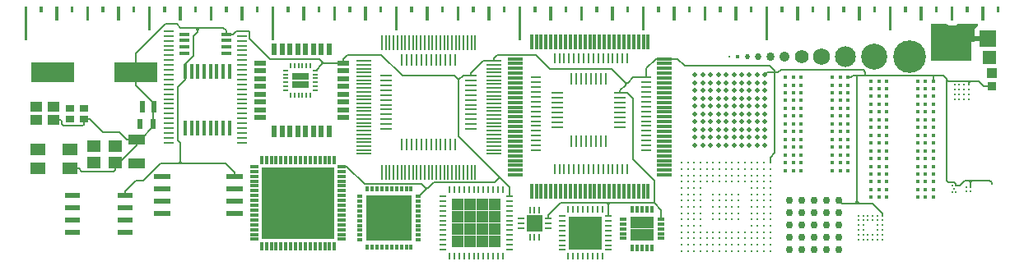
<source format=gbr>
%TF.GenerationSoftware,KiCad,Pcbnew,9.0.3*%
%TF.CreationDate,2025-07-13T21:34:20+02:00*%
%TF.ProjectId,PCB_Ruler,5043425f-5275-46c6-9572-2e6b69636164,rev?*%
%TF.SameCoordinates,Original*%
%TF.FileFunction,Copper,L2,Bot*%
%TF.FilePolarity,Positive*%
%FSLAX46Y46*%
G04 Gerber Fmt 4.6, Leading zero omitted, Abs format (unit mm)*
G04 Created by KiCad (PCBNEW 9.0.3) date 2025-07-13 21:34:20*
%MOMM*%
%LPD*%
G01*
G04 APERTURE LIST*
%TA.AperFunction,EtchedComponent*%
%ADD10C,0.000000*%
%TD*%
%TA.AperFunction,SMDPad,CuDef*%
%ADD11C,0.165000*%
%TD*%
%TA.AperFunction,ComponentPad*%
%ADD12C,2.688200*%
%TD*%
%TA.AperFunction,SMDPad,CuDef*%
%ADD13R,1.800000X1.000000*%
%TD*%
%TA.AperFunction,SMDPad,CuDef*%
%ADD14R,1.600000X1.300000*%
%TD*%
%TA.AperFunction,SMDPad,CuDef*%
%ADD15R,1.400000X1.200000*%
%TD*%
%TA.AperFunction,SMDPad,CuDef*%
%ADD16R,0.900000X0.800000*%
%TD*%
%TA.AperFunction,SMDPad,CuDef*%
%ADD17R,0.600000X1.100000*%
%TD*%
%TA.AperFunction,SMDPad,CuDef*%
%ADD18R,0.600000X1.200000*%
%TD*%
%TA.AperFunction,SMDPad,CuDef*%
%ADD19R,1.150000X1.000000*%
%TD*%
%TA.AperFunction,SMDPad,CuDef*%
%ADD20R,4.500000X2.000000*%
%TD*%
%TA.AperFunction,ComponentPad*%
%ADD21R,0.850000X0.850000*%
%TD*%
%TA.AperFunction,ComponentPad*%
%ADD22R,1.000000X1.000000*%
%TD*%
%TA.AperFunction,ComponentPad*%
%ADD23R,1.350000X1.350000*%
%TD*%
%TA.AperFunction,ComponentPad*%
%ADD24R,1.700000X1.700000*%
%TD*%
%TA.AperFunction,ComponentPad*%
%ADD25C,2.152500*%
%TD*%
%TA.AperFunction,ComponentPad*%
%ADD26C,1.727700*%
%TD*%
%TA.AperFunction,ComponentPad*%
%ADD27C,1.390800*%
%TD*%
%TA.AperFunction,ComponentPad*%
%ADD28C,1.053700*%
%TD*%
%TA.AperFunction,ComponentPad*%
%ADD29C,0.861800*%
%TD*%
%TA.AperFunction,ComponentPad*%
%ADD30C,0.693800*%
%TD*%
%TA.AperFunction,ComponentPad*%
%ADD31C,0.525600*%
%TD*%
%TA.AperFunction,ComponentPad*%
%ADD32C,0.414900*%
%TD*%
%TA.AperFunction,ComponentPad*%
%ADD33C,0.331100*%
%TD*%
%TA.AperFunction,ComponentPad*%
%ADD34C,3.363600*%
%TD*%
%TA.AperFunction,SMDPad,CuDef*%
%ADD35R,0.300000X1.500000*%
%TD*%
%TA.AperFunction,SMDPad,CuDef*%
%ADD36R,1.500000X0.300000*%
%TD*%
%TA.AperFunction,SMDPad,CuDef*%
%ADD37R,0.280000X1.200000*%
%TD*%
%TA.AperFunction,SMDPad,CuDef*%
%ADD38R,1.200000X0.280000*%
%TD*%
%TA.AperFunction,SMDPad,CuDef*%
%ADD39R,1.200000X0.600000*%
%TD*%
%TA.AperFunction,SMDPad,CuDef*%
%ADD40R,0.200000X1.500000*%
%TD*%
%TA.AperFunction,SMDPad,CuDef*%
%ADD41R,1.500000X0.200000*%
%TD*%
%TA.AperFunction,SMDPad,CuDef*%
%ADD42R,0.875000X0.800000*%
%TD*%
%TA.AperFunction,SMDPad,CuDef*%
%ADD43R,0.200000X0.550000*%
%TD*%
%TA.AperFunction,SMDPad,CuDef*%
%ADD44R,0.550000X0.200000*%
%TD*%
%TA.AperFunction,SMDPad,CuDef*%
%ADD45R,1.750000X0.550000*%
%TD*%
%TA.AperFunction,SMDPad,CuDef*%
%ADD46R,0.450000X1.500000*%
%TD*%
%TA.AperFunction,SMDPad,CuDef*%
%ADD47R,1.550000X0.600000*%
%TD*%
%TA.AperFunction,SMDPad,CuDef*%
%ADD48R,1.100000X0.400000*%
%TD*%
%TA.AperFunction,SMDPad,CuDef*%
%ADD49R,1.000000X0.285000*%
%TD*%
%TA.AperFunction,SMDPad,CuDef*%
%ADD50C,0.400000*%
%TD*%
%TA.AperFunction,SMDPad,CuDef*%
%ADD51C,0.500000*%
%TD*%
%TA.AperFunction,SMDPad,CuDef*%
%ADD52C,0.250000*%
%TD*%
%TA.AperFunction,SMDPad,CuDef*%
%ADD53R,1.250000X1.250000*%
%TD*%
%TA.AperFunction,SMDPad,CuDef*%
%ADD54R,0.300000X0.730000*%
%TD*%
%TA.AperFunction,SMDPad,CuDef*%
%ADD55R,0.730000X0.300000*%
%TD*%
%TA.AperFunction,SMDPad,CuDef*%
%ADD56R,1.150000X1.150000*%
%TD*%
%TA.AperFunction,SMDPad,CuDef*%
%ADD57R,0.300000X0.500000*%
%TD*%
%TA.AperFunction,SMDPad,CuDef*%
%ADD58R,0.500000X0.300000*%
%TD*%
%TA.AperFunction,SMDPad,CuDef*%
%ADD59R,1.287500X1.287500*%
%TD*%
%TA.AperFunction,SMDPad,CuDef*%
%ADD60R,0.250000X0.700000*%
%TD*%
%TA.AperFunction,SMDPad,CuDef*%
%ADD61R,0.700000X0.250000*%
%TD*%
%TA.AperFunction,SMDPad,CuDef*%
%ADD62R,1.837500X1.837500*%
%TD*%
%TA.AperFunction,SMDPad,CuDef*%
%ADD63R,0.300000X0.850000*%
%TD*%
%TA.AperFunction,SMDPad,CuDef*%
%ADD64R,0.850000X0.300000*%
%TD*%
%TA.AperFunction,SMDPad,CuDef*%
%ADD65R,0.250000X1.300000*%
%TD*%
%TA.AperFunction,SMDPad,CuDef*%
%ADD66R,1.300000X0.250000*%
%TD*%
%TA.AperFunction,SMDPad,CuDef*%
%ADD67R,0.250000X1.000000*%
%TD*%
%TA.AperFunction,SMDPad,CuDef*%
%ADD68R,1.000000X0.250000*%
%TD*%
%TA.AperFunction,SMDPad,CuDef*%
%ADD69C,0.225000*%
%TD*%
%TA.AperFunction,SMDPad,CuDef*%
%ADD70C,0.420000*%
%TD*%
%TA.AperFunction,SMDPad,CuDef*%
%ADD71C,0.750000*%
%TD*%
%TA.AperFunction,SMDPad,CuDef*%
%ADD72C,0.300000*%
%TD*%
%TA.AperFunction,SMDPad,CuDef*%
%ADD73R,1.725000X1.725000*%
%TD*%
%TA.AperFunction,SMDPad,CuDef*%
%ADD74R,0.825000X0.825000*%
%TD*%
%TA.AperFunction,ViaPad*%
%ADD75C,0.800000*%
%TD*%
%TA.AperFunction,ViaPad*%
%ADD76C,0.600000*%
%TD*%
%TA.AperFunction,ViaPad*%
%ADD77C,1.000000*%
%TD*%
%TA.AperFunction,Conductor*%
%ADD78C,0.150000*%
%TD*%
G04 APERTURE END LIST*
D10*
%TA.AperFunction,EtchedComponent*%
G36*
X146600000Y-96500000D02*
G01*
X146300000Y-96500000D01*
X146300000Y-93000000D01*
X146600000Y-93000000D01*
X146600000Y-96500000D01*
G37*
%TD.AperFunction*%
%TA.AperFunction,EtchedComponent*%
G36*
X148187500Y-93635000D02*
G01*
X147887500Y-93635000D01*
X147887500Y-93000000D01*
X148187500Y-93000000D01*
X148187500Y-93635000D01*
G37*
%TD.AperFunction*%
%TA.AperFunction,EtchedComponent*%
G36*
X149775000Y-94500000D02*
G01*
X149475000Y-94500000D01*
X149475000Y-93000000D01*
X149775000Y-93000000D01*
X149775000Y-94500000D01*
G37*
%TD.AperFunction*%
%TA.AperFunction,EtchedComponent*%
G36*
X152950000Y-94500000D02*
G01*
X152650000Y-94500000D01*
X152650000Y-93000000D01*
X152950000Y-93000000D01*
X152950000Y-94500000D01*
G37*
%TD.AperFunction*%
%TA.AperFunction,EtchedComponent*%
G36*
X156125000Y-94500000D02*
G01*
X155825000Y-94500000D01*
X155825000Y-93000000D01*
X156125000Y-93000000D01*
X156125000Y-94500000D01*
G37*
%TD.AperFunction*%
%TA.AperFunction,EtchedComponent*%
G36*
X159300000Y-95500000D02*
G01*
X159000000Y-95500000D01*
X159000000Y-93000000D01*
X159300000Y-93000000D01*
X159300000Y-95500000D01*
G37*
%TD.AperFunction*%
%TA.AperFunction,EtchedComponent*%
G36*
X162475000Y-94500000D02*
G01*
X162175000Y-94500000D01*
X162175000Y-93000000D01*
X162475000Y-93000000D01*
X162475000Y-94500000D01*
G37*
%TD.AperFunction*%
%TA.AperFunction,EtchedComponent*%
G36*
X165650000Y-94500000D02*
G01*
X165350000Y-94500000D01*
X165350000Y-93000000D01*
X165650000Y-93000000D01*
X165650000Y-94500000D01*
G37*
%TD.AperFunction*%
%TA.AperFunction,EtchedComponent*%
G36*
X168825000Y-94500000D02*
G01*
X168525000Y-94500000D01*
X168525000Y-93000000D01*
X168825000Y-93000000D01*
X168825000Y-94500000D01*
G37*
%TD.AperFunction*%
%TA.AperFunction,EtchedComponent*%
G36*
X170412500Y-93635000D02*
G01*
X170112500Y-93635000D01*
X170112500Y-93000000D01*
X170412500Y-93000000D01*
X170412500Y-93635000D01*
G37*
%TD.AperFunction*%
%TA.AperFunction,EtchedComponent*%
G36*
X167237500Y-93635000D02*
G01*
X166937500Y-93635000D01*
X166937500Y-93000000D01*
X167237500Y-93000000D01*
X167237500Y-93635000D01*
G37*
%TD.AperFunction*%
%TA.AperFunction,EtchedComponent*%
G36*
X164062500Y-93635000D02*
G01*
X163762500Y-93635000D01*
X163762500Y-93000000D01*
X164062500Y-93000000D01*
X164062500Y-93635000D01*
G37*
%TD.AperFunction*%
%TA.AperFunction,EtchedComponent*%
G36*
X160887500Y-93635000D02*
G01*
X160587500Y-93635000D01*
X160587500Y-93000000D01*
X160887500Y-93000000D01*
X160887500Y-93635000D01*
G37*
%TD.AperFunction*%
%TA.AperFunction,EtchedComponent*%
G36*
X157712500Y-93635000D02*
G01*
X157412500Y-93635000D01*
X157412500Y-93000000D01*
X157712500Y-93000000D01*
X157712500Y-93635000D01*
G37*
%TD.AperFunction*%
%TA.AperFunction,EtchedComponent*%
G36*
X154537500Y-93635000D02*
G01*
X154237500Y-93635000D01*
X154237500Y-93000000D01*
X154537500Y-93000000D01*
X154537500Y-93635000D01*
G37*
%TD.AperFunction*%
%TA.AperFunction,EtchedComponent*%
G36*
X151362500Y-93635000D02*
G01*
X151062500Y-93635000D01*
X151062500Y-93000000D01*
X151362500Y-93000000D01*
X151362500Y-93635000D01*
G37*
%TD.AperFunction*%
%TA.AperFunction,EtchedComponent*%
G36*
X121200000Y-96500000D02*
G01*
X120900000Y-96500000D01*
X120900000Y-93000000D01*
X121200000Y-93000000D01*
X121200000Y-96500000D01*
G37*
%TD.AperFunction*%
%TA.AperFunction,EtchedComponent*%
G36*
X122787500Y-93635000D02*
G01*
X122487500Y-93635000D01*
X122487500Y-93000000D01*
X122787500Y-93000000D01*
X122787500Y-93635000D01*
G37*
%TD.AperFunction*%
%TA.AperFunction,EtchedComponent*%
G36*
X124375000Y-94500000D02*
G01*
X124075000Y-94500000D01*
X124075000Y-93000000D01*
X124375000Y-93000000D01*
X124375000Y-94500000D01*
G37*
%TD.AperFunction*%
%TA.AperFunction,EtchedComponent*%
G36*
X127550000Y-94500000D02*
G01*
X127250000Y-94500000D01*
X127250000Y-93000000D01*
X127550000Y-93000000D01*
X127550000Y-94500000D01*
G37*
%TD.AperFunction*%
%TA.AperFunction,EtchedComponent*%
G36*
X130725000Y-94500000D02*
G01*
X130425000Y-94500000D01*
X130425000Y-93000000D01*
X130725000Y-93000000D01*
X130725000Y-94500000D01*
G37*
%TD.AperFunction*%
%TA.AperFunction,EtchedComponent*%
G36*
X133900000Y-95500000D02*
G01*
X133600000Y-95500000D01*
X133600000Y-93000000D01*
X133900000Y-93000000D01*
X133900000Y-95500000D01*
G37*
%TD.AperFunction*%
%TA.AperFunction,EtchedComponent*%
G36*
X137075000Y-94500000D02*
G01*
X136775000Y-94500000D01*
X136775000Y-93000000D01*
X137075000Y-93000000D01*
X137075000Y-94500000D01*
G37*
%TD.AperFunction*%
%TA.AperFunction,EtchedComponent*%
G36*
X140250000Y-94500000D02*
G01*
X139950000Y-94500000D01*
X139950000Y-93000000D01*
X140250000Y-93000000D01*
X140250000Y-94500000D01*
G37*
%TD.AperFunction*%
%TA.AperFunction,EtchedComponent*%
G36*
X143425000Y-94500000D02*
G01*
X143125000Y-94500000D01*
X143125000Y-93000000D01*
X143425000Y-93000000D01*
X143425000Y-94500000D01*
G37*
%TD.AperFunction*%
%TA.AperFunction,EtchedComponent*%
G36*
X145012500Y-93635000D02*
G01*
X144712500Y-93635000D01*
X144712500Y-93000000D01*
X145012500Y-93000000D01*
X145012500Y-93635000D01*
G37*
%TD.AperFunction*%
%TA.AperFunction,EtchedComponent*%
G36*
X141837500Y-93635000D02*
G01*
X141537500Y-93635000D01*
X141537500Y-93000000D01*
X141837500Y-93000000D01*
X141837500Y-93635000D01*
G37*
%TD.AperFunction*%
%TA.AperFunction,EtchedComponent*%
G36*
X138662500Y-93635000D02*
G01*
X138362500Y-93635000D01*
X138362500Y-93000000D01*
X138662500Y-93000000D01*
X138662500Y-93635000D01*
G37*
%TD.AperFunction*%
%TA.AperFunction,EtchedComponent*%
G36*
X135487500Y-93635000D02*
G01*
X135187500Y-93635000D01*
X135187500Y-93000000D01*
X135487500Y-93000000D01*
X135487500Y-93635000D01*
G37*
%TD.AperFunction*%
%TA.AperFunction,EtchedComponent*%
G36*
X132312500Y-93635000D02*
G01*
X132012500Y-93635000D01*
X132012500Y-93000000D01*
X132312500Y-93000000D01*
X132312500Y-93635000D01*
G37*
%TD.AperFunction*%
%TA.AperFunction,EtchedComponent*%
G36*
X129137500Y-93635000D02*
G01*
X128837500Y-93635000D01*
X128837500Y-93000000D01*
X129137500Y-93000000D01*
X129137500Y-93635000D01*
G37*
%TD.AperFunction*%
%TA.AperFunction,EtchedComponent*%
G36*
X125962500Y-93635000D02*
G01*
X125662500Y-93635000D01*
X125662500Y-93000000D01*
X125962500Y-93000000D01*
X125962500Y-93635000D01*
G37*
%TD.AperFunction*%
%TA.AperFunction,EtchedComponent*%
G36*
X95800000Y-96500000D02*
G01*
X95500000Y-96500000D01*
X95500000Y-93000000D01*
X95800000Y-93000000D01*
X95800000Y-96500000D01*
G37*
%TD.AperFunction*%
%TA.AperFunction,EtchedComponent*%
G36*
X97387500Y-93635000D02*
G01*
X97087500Y-93635000D01*
X97087500Y-93000000D01*
X97387500Y-93000000D01*
X97387500Y-93635000D01*
G37*
%TD.AperFunction*%
%TA.AperFunction,EtchedComponent*%
G36*
X98975000Y-94500000D02*
G01*
X98675000Y-94500000D01*
X98675000Y-93000000D01*
X98975000Y-93000000D01*
X98975000Y-94500000D01*
G37*
%TD.AperFunction*%
%TA.AperFunction,EtchedComponent*%
G36*
X102150000Y-94500000D02*
G01*
X101850000Y-94500000D01*
X101850000Y-93000000D01*
X102150000Y-93000000D01*
X102150000Y-94500000D01*
G37*
%TD.AperFunction*%
%TA.AperFunction,EtchedComponent*%
G36*
X105325000Y-94500000D02*
G01*
X105025000Y-94500000D01*
X105025000Y-93000000D01*
X105325000Y-93000000D01*
X105325000Y-94500000D01*
G37*
%TD.AperFunction*%
%TA.AperFunction,EtchedComponent*%
G36*
X108500000Y-95500000D02*
G01*
X108200000Y-95500000D01*
X108200000Y-93000000D01*
X108500000Y-93000000D01*
X108500000Y-95500000D01*
G37*
%TD.AperFunction*%
%TA.AperFunction,EtchedComponent*%
G36*
X111675000Y-94500000D02*
G01*
X111375000Y-94500000D01*
X111375000Y-93000000D01*
X111675000Y-93000000D01*
X111675000Y-94500000D01*
G37*
%TD.AperFunction*%
%TA.AperFunction,EtchedComponent*%
G36*
X114850000Y-94500000D02*
G01*
X114550000Y-94500000D01*
X114550000Y-93000000D01*
X114850000Y-93000000D01*
X114850000Y-94500000D01*
G37*
%TD.AperFunction*%
%TA.AperFunction,EtchedComponent*%
G36*
X118025000Y-94500000D02*
G01*
X117725000Y-94500000D01*
X117725000Y-93000000D01*
X118025000Y-93000000D01*
X118025000Y-94500000D01*
G37*
%TD.AperFunction*%
%TA.AperFunction,EtchedComponent*%
G36*
X119612500Y-93635000D02*
G01*
X119312500Y-93635000D01*
X119312500Y-93000000D01*
X119612500Y-93000000D01*
X119612500Y-93635000D01*
G37*
%TD.AperFunction*%
%TA.AperFunction,EtchedComponent*%
G36*
X116437500Y-93635000D02*
G01*
X116137500Y-93635000D01*
X116137500Y-93000000D01*
X116437500Y-93000000D01*
X116437500Y-93635000D01*
G37*
%TD.AperFunction*%
%TA.AperFunction,EtchedComponent*%
G36*
X113262500Y-93635000D02*
G01*
X112962500Y-93635000D01*
X112962500Y-93000000D01*
X113262500Y-93000000D01*
X113262500Y-93635000D01*
G37*
%TD.AperFunction*%
%TA.AperFunction,EtchedComponent*%
G36*
X110087500Y-93635000D02*
G01*
X109787500Y-93635000D01*
X109787500Y-93000000D01*
X110087500Y-93000000D01*
X110087500Y-93635000D01*
G37*
%TD.AperFunction*%
%TA.AperFunction,EtchedComponent*%
G36*
X106912500Y-93635000D02*
G01*
X106612500Y-93635000D01*
X106612500Y-93000000D01*
X106912500Y-93000000D01*
X106912500Y-93635000D01*
G37*
%TD.AperFunction*%
%TA.AperFunction,EtchedComponent*%
G36*
X103737500Y-93635000D02*
G01*
X103437500Y-93635000D01*
X103437500Y-93000000D01*
X103737500Y-93000000D01*
X103737500Y-93635000D01*
G37*
%TD.AperFunction*%
%TA.AperFunction,EtchedComponent*%
G36*
X100562500Y-93635000D02*
G01*
X100262500Y-93635000D01*
X100262500Y-93000000D01*
X100562500Y-93000000D01*
X100562500Y-93635000D01*
G37*
%TD.AperFunction*%
%TA.AperFunction,EtchedComponent*%
G36*
X70400000Y-96500000D02*
G01*
X70100000Y-96500000D01*
X70100000Y-93000000D01*
X70400000Y-93000000D01*
X70400000Y-96500000D01*
G37*
%TD.AperFunction*%
%TA.AperFunction,EtchedComponent*%
G36*
X71987500Y-93635000D02*
G01*
X71687500Y-93635000D01*
X71687500Y-93000000D01*
X71987500Y-93000000D01*
X71987500Y-93635000D01*
G37*
%TD.AperFunction*%
%TA.AperFunction,EtchedComponent*%
G36*
X73575000Y-94500000D02*
G01*
X73275000Y-94500000D01*
X73275000Y-93000000D01*
X73575000Y-93000000D01*
X73575000Y-94500000D01*
G37*
%TD.AperFunction*%
%TA.AperFunction,EtchedComponent*%
G36*
X76750000Y-94500000D02*
G01*
X76450000Y-94500000D01*
X76450000Y-93000000D01*
X76750000Y-93000000D01*
X76750000Y-94500000D01*
G37*
%TD.AperFunction*%
%TA.AperFunction,EtchedComponent*%
G36*
X79925000Y-94500000D02*
G01*
X79625000Y-94500000D01*
X79625000Y-93000000D01*
X79925000Y-93000000D01*
X79925000Y-94500000D01*
G37*
%TD.AperFunction*%
%TA.AperFunction,EtchedComponent*%
G36*
X83100000Y-95500000D02*
G01*
X82800000Y-95500000D01*
X82800000Y-93000000D01*
X83100000Y-93000000D01*
X83100000Y-95500000D01*
G37*
%TD.AperFunction*%
%TA.AperFunction,EtchedComponent*%
G36*
X86275000Y-94500000D02*
G01*
X85975000Y-94500000D01*
X85975000Y-93000000D01*
X86275000Y-93000000D01*
X86275000Y-94500000D01*
G37*
%TD.AperFunction*%
%TA.AperFunction,EtchedComponent*%
G36*
X89450000Y-94500000D02*
G01*
X89150000Y-94500000D01*
X89150000Y-93000000D01*
X89450000Y-93000000D01*
X89450000Y-94500000D01*
G37*
%TD.AperFunction*%
%TA.AperFunction,EtchedComponent*%
G36*
X92625000Y-94500000D02*
G01*
X92325000Y-94500000D01*
X92325000Y-93000000D01*
X92625000Y-93000000D01*
X92625000Y-94500000D01*
G37*
%TD.AperFunction*%
%TA.AperFunction,EtchedComponent*%
G36*
X94212500Y-93635000D02*
G01*
X93912500Y-93635000D01*
X93912500Y-93000000D01*
X94212500Y-93000000D01*
X94212500Y-93635000D01*
G37*
%TD.AperFunction*%
%TA.AperFunction,EtchedComponent*%
G36*
X91037500Y-93635000D02*
G01*
X90737500Y-93635000D01*
X90737500Y-93000000D01*
X91037500Y-93000000D01*
X91037500Y-93635000D01*
G37*
%TD.AperFunction*%
%TA.AperFunction,EtchedComponent*%
G36*
X87862500Y-93635000D02*
G01*
X87562500Y-93635000D01*
X87562500Y-93000000D01*
X87862500Y-93000000D01*
X87862500Y-93635000D01*
G37*
%TD.AperFunction*%
%TA.AperFunction,EtchedComponent*%
G36*
X84687500Y-93635000D02*
G01*
X84387500Y-93635000D01*
X84387500Y-93000000D01*
X84687500Y-93000000D01*
X84687500Y-93635000D01*
G37*
%TD.AperFunction*%
%TA.AperFunction,EtchedComponent*%
G36*
X81512500Y-93635000D02*
G01*
X81212500Y-93635000D01*
X81212500Y-93000000D01*
X81512500Y-93000000D01*
X81512500Y-93635000D01*
G37*
%TD.AperFunction*%
%TA.AperFunction,EtchedComponent*%
G36*
X78337500Y-93635000D02*
G01*
X78037500Y-93635000D01*
X78037500Y-93000000D01*
X78337500Y-93000000D01*
X78337500Y-93635000D01*
G37*
%TD.AperFunction*%
%TA.AperFunction,EtchedComponent*%
G36*
X75162500Y-93635000D02*
G01*
X74862500Y-93635000D01*
X74862500Y-93000000D01*
X75162500Y-93000000D01*
X75162500Y-93635000D01*
G37*
%TD.AperFunction*%
D11*
X169080000Y-111300000D03*
X169580000Y-111300000D03*
X169580000Y-111800000D03*
X168580000Y-111300000D03*
X168580000Y-112300000D03*
X169580000Y-112300000D03*
X169080000Y-112300000D03*
X168580000Y-111800000D03*
D12*
X157520000Y-98176000D03*
D13*
X81650000Y-109220000D03*
X81650000Y-106720000D03*
D14*
X74770000Y-107740000D03*
X71470000Y-107740000D03*
X71470000Y-109740000D03*
X74770000Y-109740000D03*
D15*
X79440000Y-107460000D03*
X77240000Y-107460000D03*
X77240000Y-109160000D03*
X79440000Y-109160000D03*
D16*
X76220000Y-103540000D03*
X74820000Y-103540000D03*
X74820000Y-104640000D03*
X76220000Y-104640000D03*
D17*
X81950000Y-105125000D03*
X83350000Y-105125000D03*
D18*
X82200000Y-103350000D03*
X83400000Y-103350000D03*
D19*
X73095000Y-103340000D03*
X71345000Y-103340000D03*
X71345000Y-104740000D03*
X73095000Y-104740000D03*
D20*
X73025000Y-99775000D03*
X81525000Y-99775000D03*
D21*
X169654400Y-101260000D03*
D22*
X169578200Y-99888400D03*
D23*
X169400400Y-98288200D03*
D24*
X169222600Y-96332400D03*
D25*
X154550000Y-98176000D03*
D26*
X152090000Y-98176000D03*
D27*
X150020000Y-98180000D03*
D28*
X148280000Y-98176000D03*
D29*
X146820000Y-98210000D03*
D30*
X145570000Y-98176000D03*
D31*
X144460000Y-98176000D03*
D32*
X143470000Y-98176000D03*
D33*
X142600000Y-98176000D03*
D34*
X161130000Y-98176000D03*
D35*
X134259000Y-96710000D03*
X133759000Y-96710000D03*
X133259000Y-96710000D03*
X132759000Y-96710000D03*
X132259000Y-96710000D03*
X131759000Y-96710000D03*
X131259000Y-96710000D03*
X130759000Y-96710000D03*
X130259000Y-96710000D03*
X129759000Y-96710000D03*
X129259000Y-96710000D03*
X128759000Y-96710000D03*
X128259000Y-96710000D03*
X127759000Y-96710000D03*
X127259000Y-96710000D03*
X126759000Y-96710000D03*
X126259000Y-96710000D03*
X125759000Y-96710000D03*
X125259000Y-96710000D03*
X124759000Y-96710000D03*
X124259000Y-96710000D03*
X123759000Y-96710000D03*
X123259000Y-96710000D03*
X122759000Y-96710000D03*
X122259000Y-96710000D03*
D36*
X120559000Y-98410000D03*
X120559000Y-98910000D03*
X120559000Y-99410000D03*
X120559000Y-99910000D03*
X120559000Y-100410000D03*
X120559000Y-100910000D03*
X120559000Y-101410000D03*
X120559000Y-101910000D03*
X120559000Y-102410000D03*
X120559000Y-102910000D03*
X120559000Y-103410000D03*
X120559000Y-103910000D03*
X120559000Y-104410000D03*
X120559000Y-104910000D03*
X120559000Y-105410000D03*
X120559000Y-105910000D03*
X120559000Y-106410000D03*
X120559000Y-106910000D03*
X120559000Y-107410000D03*
X120559000Y-107910000D03*
X120559000Y-108410000D03*
X120559000Y-108910000D03*
X120559000Y-109410000D03*
X120559000Y-109910000D03*
X120559000Y-110410000D03*
D35*
X122259000Y-112110000D03*
X122759000Y-112110000D03*
X123259000Y-112110000D03*
X123759000Y-112110000D03*
X124259000Y-112110000D03*
X124759000Y-112110000D03*
X125259000Y-112110000D03*
X125759000Y-112110000D03*
X126259000Y-112110000D03*
X126759000Y-112110000D03*
X127259000Y-112110000D03*
X127759000Y-112110000D03*
X128259000Y-112110000D03*
X128759000Y-112110000D03*
X129259000Y-112110000D03*
X129759000Y-112110000D03*
X130259000Y-112110000D03*
X130759000Y-112110000D03*
X131259000Y-112110000D03*
X131759000Y-112110000D03*
X132259000Y-112110000D03*
X132759000Y-112110000D03*
X133259000Y-112110000D03*
X133759000Y-112110000D03*
X134259000Y-112110000D03*
D36*
X135959000Y-110410000D03*
X135959000Y-109910000D03*
X135959000Y-109410000D03*
X135959000Y-108910000D03*
X135959000Y-108410000D03*
X135959000Y-107910000D03*
X135959000Y-107410000D03*
X135959000Y-106910000D03*
X135959000Y-106410000D03*
X135959000Y-105910000D03*
X135959000Y-105410000D03*
X135959000Y-104910000D03*
X135959000Y-104410000D03*
X135959000Y-103910000D03*
X135959000Y-103410000D03*
X135959000Y-102910000D03*
X135959000Y-102410000D03*
X135959000Y-101910000D03*
X135959000Y-101410000D03*
X135959000Y-100910000D03*
X135959000Y-100410000D03*
X135959000Y-99910000D03*
X135959000Y-99410000D03*
X135959000Y-98910000D03*
X135959000Y-98410000D03*
D37*
X129875000Y-100450000D03*
X129375000Y-100450000D03*
X128875000Y-100450000D03*
X128375000Y-100450000D03*
X127875000Y-100450000D03*
X127375000Y-100450000D03*
X126875000Y-100450000D03*
X126375000Y-100450000D03*
D38*
X124875000Y-101950000D03*
X124875000Y-102450000D03*
X124875000Y-102950000D03*
X124875000Y-103450000D03*
X124875000Y-103950000D03*
X124875000Y-104450000D03*
X124875000Y-104950000D03*
X124875000Y-105450000D03*
D37*
X126375000Y-106950000D03*
X126875000Y-106950000D03*
X127375000Y-106950000D03*
X127875000Y-106950000D03*
X128375000Y-106950000D03*
X128875000Y-106950000D03*
X129375000Y-106950000D03*
X129875000Y-106950000D03*
D38*
X131375000Y-105450000D03*
X131375000Y-104950000D03*
X131375000Y-104450000D03*
X131375000Y-103950000D03*
X131375000Y-103450000D03*
X131375000Y-102950000D03*
X131375000Y-102450000D03*
X131375000Y-101950000D03*
D18*
X101425000Y-97425000D03*
X100625000Y-97425000D03*
X99825000Y-97425000D03*
X99025000Y-97425000D03*
X98225000Y-97425000D03*
X97425000Y-97425000D03*
X96625000Y-97425000D03*
X95825000Y-97425000D03*
D39*
X94375000Y-98875000D03*
X94375000Y-99675000D03*
X94375000Y-100475000D03*
X94375000Y-101275000D03*
X94375000Y-102075000D03*
X94375000Y-102875000D03*
X94375000Y-103675000D03*
X94375000Y-104475000D03*
D18*
X95825000Y-105925000D03*
X96625000Y-105925000D03*
X97425000Y-105925000D03*
X98225000Y-105925000D03*
X99025000Y-105925000D03*
X99825000Y-105925000D03*
X100625000Y-105925000D03*
X101425000Y-105925000D03*
D39*
X102875000Y-104475000D03*
X102875000Y-103675000D03*
X102875000Y-102875000D03*
X102875000Y-102075000D03*
X102875000Y-101275000D03*
X102875000Y-100475000D03*
X102875000Y-99675000D03*
X102875000Y-98875000D03*
D40*
X116475000Y-96725000D03*
X116075000Y-96725000D03*
X115675000Y-96725000D03*
X115275000Y-96725000D03*
X114875000Y-96725000D03*
X114475000Y-96725000D03*
X114075000Y-96725000D03*
X113675000Y-96725000D03*
X113275000Y-96725000D03*
X112875000Y-96725000D03*
X112475000Y-96725000D03*
X112075000Y-96725000D03*
X111675000Y-96725000D03*
X111275000Y-96725000D03*
X110875000Y-96725000D03*
X110475000Y-96725000D03*
X110075000Y-96725000D03*
X109675000Y-96725000D03*
X109275000Y-96725000D03*
X108875000Y-96725000D03*
X108475000Y-96725000D03*
X108075000Y-96725000D03*
X107675000Y-96725000D03*
X107275000Y-96725000D03*
X106875000Y-96725000D03*
D41*
X104975000Y-98625000D03*
X104975000Y-99025000D03*
X104975000Y-99425000D03*
X104975000Y-99825000D03*
X104975000Y-100225000D03*
X104975000Y-100625000D03*
X104975000Y-101025000D03*
X104975000Y-101425000D03*
X104975000Y-101825000D03*
X104975000Y-102225000D03*
X104975000Y-102625000D03*
X104975000Y-103025000D03*
X104975000Y-103425000D03*
X104975000Y-103825000D03*
X104975000Y-104225000D03*
X104975000Y-104625000D03*
X104975000Y-105025000D03*
X104975000Y-105425000D03*
X104975000Y-105825000D03*
X104975000Y-106225000D03*
X104975000Y-106625000D03*
X104975000Y-107025000D03*
X104975000Y-107425000D03*
X104975000Y-107825000D03*
X104975000Y-108225000D03*
D40*
X106875000Y-110125000D03*
X107275000Y-110125000D03*
X107675000Y-110125000D03*
X108075000Y-110125000D03*
X108475000Y-110125000D03*
X108875000Y-110125000D03*
X109275000Y-110125000D03*
X109675000Y-110125000D03*
X110075000Y-110125000D03*
X110475000Y-110125000D03*
X110875000Y-110125000D03*
X111275000Y-110125000D03*
X111675000Y-110125000D03*
X112075000Y-110125000D03*
X112475000Y-110125000D03*
X112875000Y-110125000D03*
X113275000Y-110125000D03*
X113675000Y-110125000D03*
X114075000Y-110125000D03*
X114475000Y-110125000D03*
X114875000Y-110125000D03*
X115275000Y-110125000D03*
X115675000Y-110125000D03*
X116075000Y-110125000D03*
X116475000Y-110125000D03*
D41*
X118375000Y-108225000D03*
X118375000Y-107825000D03*
X118375000Y-107425000D03*
X118375000Y-107025000D03*
X118375000Y-106625000D03*
X118375000Y-106225000D03*
X118375000Y-105825000D03*
X118375000Y-105425000D03*
X118375000Y-105025000D03*
X118375000Y-104625000D03*
X118375000Y-104225000D03*
X118375000Y-103825000D03*
X118375000Y-103425000D03*
X118375000Y-103025000D03*
X118375000Y-102625000D03*
X118375000Y-102225000D03*
X118375000Y-101825000D03*
X118375000Y-101425000D03*
X118375000Y-101025000D03*
X118375000Y-100625000D03*
X118375000Y-100225000D03*
X118375000Y-99825000D03*
X118375000Y-99425000D03*
X118375000Y-99025000D03*
X118375000Y-98625000D03*
D42*
X98935000Y-100240000D03*
X98935000Y-101040000D03*
X98065000Y-100240000D03*
X98065000Y-101040000D03*
D43*
X99500000Y-99140000D03*
X99100000Y-99140000D03*
X98700000Y-99140000D03*
X98300000Y-99140000D03*
X97900000Y-99140000D03*
X97500000Y-99140000D03*
D44*
X97000000Y-99640000D03*
X97000000Y-100040000D03*
X97000000Y-100440000D03*
X97000000Y-100840000D03*
X97000000Y-101240000D03*
X97000000Y-101640000D03*
D43*
X97500000Y-102140000D03*
X97900000Y-102140000D03*
X98300000Y-102140000D03*
X98700000Y-102140000D03*
X99100000Y-102140000D03*
X99500000Y-102140000D03*
D44*
X100000000Y-101640000D03*
X100000000Y-101240000D03*
X100000000Y-100840000D03*
X100000000Y-100440000D03*
X100000000Y-100040000D03*
X100000000Y-99640000D03*
D45*
X84285000Y-110540000D03*
X84285000Y-111810000D03*
X84285000Y-113080000D03*
X84285000Y-114350000D03*
X91685000Y-114350000D03*
X91685000Y-113080000D03*
X91685000Y-111810000D03*
X91685000Y-110540000D03*
D46*
X86650000Y-105580000D03*
X87300000Y-105580000D03*
X87950000Y-105580000D03*
X88600000Y-105580000D03*
X89250000Y-105580000D03*
X89900000Y-105580000D03*
X90550000Y-105580000D03*
X91200000Y-105580000D03*
X91200000Y-99680000D03*
X90550000Y-99680000D03*
X89900000Y-99680000D03*
X89250000Y-99680000D03*
X88600000Y-99680000D03*
X87950000Y-99680000D03*
X87300000Y-99680000D03*
X86650000Y-99680000D03*
D47*
X75080000Y-112495000D03*
X75080000Y-113765000D03*
X75080000Y-115035000D03*
X75080000Y-116305000D03*
X80480000Y-116305000D03*
X80480000Y-115035000D03*
X80480000Y-113765000D03*
X80480000Y-112495000D03*
D48*
X86535000Y-95885000D03*
X86535000Y-96535000D03*
X86535000Y-97185000D03*
X86535000Y-97835000D03*
X90835000Y-97835000D03*
X90835000Y-97185000D03*
X90835000Y-96535000D03*
X90835000Y-95885000D03*
D49*
X84985000Y-95560000D03*
X84985000Y-96060000D03*
X84985000Y-96560000D03*
X84985000Y-97060000D03*
X84985000Y-97560000D03*
X84985000Y-98060000D03*
X84985000Y-98560000D03*
X84985000Y-99060000D03*
X84985000Y-99560000D03*
X84985000Y-100060000D03*
X84985000Y-100560000D03*
X84985000Y-101060000D03*
X84985000Y-101560000D03*
X84985000Y-102060000D03*
X84985000Y-102560000D03*
X84985000Y-103060000D03*
X84985000Y-103560000D03*
X84985000Y-104060000D03*
X84985000Y-104560000D03*
X84985000Y-105060000D03*
X84985000Y-105560000D03*
X84985000Y-106060000D03*
X84985000Y-106560000D03*
X84985000Y-107060000D03*
X92485000Y-107060000D03*
X92485000Y-106560000D03*
X92485000Y-106060000D03*
X92485000Y-105560000D03*
X92485000Y-105060000D03*
X92485000Y-104560000D03*
X92485000Y-104060000D03*
X92485000Y-103560000D03*
X92485000Y-103060000D03*
X92485000Y-102560000D03*
X92485000Y-102060000D03*
X92485000Y-101560000D03*
X92485000Y-101060000D03*
X92485000Y-100560000D03*
X92485000Y-100060000D03*
X92485000Y-99560000D03*
X92485000Y-99060000D03*
X92485000Y-98560000D03*
X92485000Y-98060000D03*
X92485000Y-97560000D03*
X92485000Y-97060000D03*
X92485000Y-96560000D03*
X92485000Y-96060000D03*
X92485000Y-95560000D03*
D50*
X157175000Y-112700000D03*
X157975000Y-112700000D03*
X158775000Y-112700000D03*
X161975000Y-112700000D03*
X162775000Y-112700000D03*
X163575000Y-112700000D03*
X157175000Y-111900000D03*
X157975000Y-111900000D03*
X158775000Y-111900000D03*
X161975000Y-111900000D03*
X162775000Y-111900000D03*
X163575000Y-111900000D03*
X157175000Y-111100000D03*
X157975000Y-111100000D03*
X158775000Y-111100000D03*
X161975000Y-111100000D03*
X162775000Y-111100000D03*
X163575000Y-111100000D03*
X157175000Y-110300000D03*
X157975000Y-110300000D03*
X158775000Y-110300000D03*
X161975000Y-110300000D03*
X162775000Y-110300000D03*
X163575000Y-110300000D03*
X157175000Y-109500000D03*
X157975000Y-109500000D03*
X158775000Y-109500000D03*
X161975000Y-109500000D03*
X162775000Y-109500000D03*
X163575000Y-109500000D03*
X157175000Y-108700000D03*
X157975000Y-108700000D03*
X158775000Y-108700000D03*
X161975000Y-108700000D03*
X162775000Y-108700000D03*
X163575000Y-108700000D03*
X157175000Y-107900000D03*
X157975000Y-107900000D03*
X158775000Y-107900000D03*
X161975000Y-107900000D03*
X162775000Y-107900000D03*
X163575000Y-107900000D03*
X157175000Y-107100000D03*
X157975000Y-107100000D03*
X158775000Y-107100000D03*
X161975000Y-107100000D03*
X162775000Y-107100000D03*
X163575000Y-107100000D03*
X157175000Y-106300000D03*
X157975000Y-106300000D03*
X158775000Y-106300000D03*
X161975000Y-106300000D03*
X162775000Y-106300000D03*
X163575000Y-106300000D03*
X157175000Y-105500000D03*
X157975000Y-105500000D03*
X158775000Y-105500000D03*
X161975000Y-105500000D03*
X162775000Y-105500000D03*
X163575000Y-105500000D03*
X157175000Y-104700000D03*
X157975000Y-104700000D03*
X158775000Y-104700000D03*
X161975000Y-104700000D03*
X162775000Y-104700000D03*
X163575000Y-104700000D03*
X157175000Y-103900000D03*
X157975000Y-103900000D03*
X158775000Y-103900000D03*
X161975000Y-103900000D03*
X162775000Y-103900000D03*
X163575000Y-103900000D03*
X157175000Y-103100000D03*
X157975000Y-103100000D03*
X158775000Y-103100000D03*
X161975000Y-103100000D03*
X162775000Y-103100000D03*
X163575000Y-103100000D03*
X157175000Y-102300000D03*
X157975000Y-102300000D03*
X158775000Y-102300000D03*
X161975000Y-102300000D03*
X162775000Y-102300000D03*
X163575000Y-102300000D03*
X157175000Y-101500000D03*
X157975000Y-101500000D03*
X158775000Y-101500000D03*
X161975000Y-101500000D03*
X162775000Y-101500000D03*
X163575000Y-101500000D03*
X157175000Y-100700000D03*
X157975000Y-100700000D03*
X158775000Y-100700000D03*
X161975000Y-100700000D03*
X162775000Y-100700000D03*
X163575000Y-100700000D03*
D51*
X146275000Y-100100000D03*
X146275000Y-100900000D03*
X146275000Y-101700000D03*
X146275000Y-102500000D03*
X146275000Y-103300000D03*
X146275000Y-104100000D03*
X146275000Y-104900000D03*
X146275000Y-105700000D03*
X146275000Y-106500000D03*
X146275000Y-107300000D03*
X145475000Y-100100000D03*
X145475000Y-100900000D03*
X145475000Y-101700000D03*
X145475000Y-102500000D03*
X145475000Y-103300000D03*
X145475000Y-104100000D03*
X145475000Y-104900000D03*
X145475000Y-105700000D03*
X145475000Y-106500000D03*
X145475000Y-107300000D03*
X144675000Y-100100000D03*
X144675000Y-100900000D03*
X144675000Y-101700000D03*
X144675000Y-102500000D03*
X144675000Y-103300000D03*
X144675000Y-104100000D03*
X144675000Y-104900000D03*
X144675000Y-105700000D03*
X144675000Y-106500000D03*
X144675000Y-107300000D03*
X143875000Y-100100000D03*
X143875000Y-100900000D03*
X143875000Y-101700000D03*
X143875000Y-102500000D03*
X143875000Y-103300000D03*
X143875000Y-104100000D03*
X143875000Y-104900000D03*
X143875000Y-105700000D03*
X143875000Y-106500000D03*
X143875000Y-107300000D03*
X143075000Y-100100000D03*
X143075000Y-100900000D03*
X143075000Y-101700000D03*
X143075000Y-102500000D03*
X143075000Y-103300000D03*
X143075000Y-104100000D03*
X143075000Y-104900000D03*
X143075000Y-105700000D03*
X143075000Y-106500000D03*
X143075000Y-107300000D03*
X142275000Y-100100000D03*
X142275000Y-100900000D03*
X142275000Y-101700000D03*
X142275000Y-102500000D03*
X142275000Y-103300000D03*
X142275000Y-104100000D03*
X142275000Y-104900000D03*
X142275000Y-105700000D03*
X142275000Y-106500000D03*
X142275000Y-107300000D03*
X141475000Y-100100000D03*
X141475000Y-100900000D03*
X141475000Y-101700000D03*
X141475000Y-102500000D03*
X141475000Y-103300000D03*
X141475000Y-104100000D03*
X141475000Y-104900000D03*
X141475000Y-105700000D03*
X141475000Y-106500000D03*
X141475000Y-107300000D03*
X140675000Y-100100000D03*
X140675000Y-100900000D03*
X140675000Y-101700000D03*
X140675000Y-102500000D03*
X140675000Y-103300000D03*
X140675000Y-104100000D03*
X140675000Y-104900000D03*
X140675000Y-105700000D03*
X140675000Y-106500000D03*
X140675000Y-107300000D03*
X139875000Y-100100000D03*
X139875000Y-100900000D03*
X139875000Y-101700000D03*
X139875000Y-102500000D03*
X139875000Y-103300000D03*
X139875000Y-104100000D03*
X139875000Y-104900000D03*
X139875000Y-105700000D03*
X139875000Y-106500000D03*
X139875000Y-107300000D03*
X139075000Y-100100000D03*
X139075000Y-100900000D03*
X139075000Y-101700000D03*
X139075000Y-102500000D03*
X139075000Y-103300000D03*
X139075000Y-104100000D03*
X139075000Y-104900000D03*
X139075000Y-105700000D03*
X139075000Y-106500000D03*
X139075000Y-107300000D03*
D52*
X167270000Y-101100000D03*
X167270000Y-101600000D03*
X167270000Y-102100000D03*
X167270000Y-102600000D03*
X166770000Y-101100000D03*
X166770000Y-101600000D03*
X166770000Y-102100000D03*
X166770000Y-102600000D03*
X166270000Y-101100000D03*
X166270000Y-101600000D03*
X166270000Y-102100000D03*
X166270000Y-102600000D03*
X165770000Y-101100000D03*
X165770000Y-101600000D03*
X165770000Y-102100000D03*
X165770000Y-102600000D03*
D53*
X134250000Y-115325000D03*
X134250000Y-116575000D03*
X133000000Y-115325000D03*
X133000000Y-116575000D03*
D54*
X134625000Y-113985000D03*
X134125000Y-113985000D03*
X133625000Y-113985000D03*
X133125000Y-113985000D03*
X132625000Y-113985000D03*
D55*
X131660000Y-114950000D03*
X131660000Y-115450000D03*
X131660000Y-115950000D03*
X131660000Y-116450000D03*
X131660000Y-116950000D03*
D54*
X132625000Y-117915000D03*
X133125000Y-117915000D03*
X133625000Y-117915000D03*
X134125000Y-117915000D03*
X134625000Y-117915000D03*
D55*
X135590000Y-116950000D03*
X135590000Y-116450000D03*
X135590000Y-115950000D03*
X135590000Y-115450000D03*
X135590000Y-114950000D03*
D56*
X109350000Y-113125000D03*
X109350000Y-114275000D03*
X109350000Y-115425000D03*
X109350000Y-116575000D03*
X108200000Y-113125000D03*
X108200000Y-114275000D03*
X108200000Y-115425000D03*
X108200000Y-116575000D03*
X107050000Y-113125000D03*
X107050000Y-114275000D03*
X107050000Y-115425000D03*
X107050000Y-116575000D03*
X105900000Y-113125000D03*
X105900000Y-114275000D03*
X105900000Y-115425000D03*
X105900000Y-116575000D03*
D57*
X109875000Y-111850000D03*
X109375000Y-111850000D03*
X108875000Y-111850000D03*
X108375000Y-111850000D03*
X107875000Y-111850000D03*
X107375000Y-111850000D03*
X106875000Y-111850000D03*
X106375000Y-111850000D03*
X105875000Y-111850000D03*
X105375000Y-111850000D03*
D58*
X104625000Y-112600000D03*
X104625000Y-113100000D03*
X104625000Y-113600000D03*
X104625000Y-114100000D03*
X104625000Y-114600000D03*
X104625000Y-115100000D03*
X104625000Y-115600000D03*
X104625000Y-116100000D03*
X104625000Y-116600000D03*
X104625000Y-117100000D03*
D57*
X105375000Y-117850000D03*
X105875000Y-117850000D03*
X106375000Y-117850000D03*
X106875000Y-117850000D03*
X107375000Y-117850000D03*
X107875000Y-117850000D03*
X108375000Y-117850000D03*
X108875000Y-117850000D03*
X109375000Y-117850000D03*
X109875000Y-117850000D03*
D58*
X110625000Y-117100000D03*
X110625000Y-116600000D03*
X110625000Y-116100000D03*
X110625000Y-115600000D03*
X110625000Y-115100000D03*
X110625000Y-114600000D03*
X110625000Y-114100000D03*
X110625000Y-113600000D03*
X110625000Y-113100000D03*
X110625000Y-112600000D03*
D59*
X118500000Y-113412500D03*
X118500000Y-114700000D03*
X118500000Y-115987500D03*
X118500000Y-117275000D03*
X117212500Y-113412500D03*
X117212500Y-114700000D03*
X117212500Y-115987500D03*
X117212500Y-117275000D03*
X115925000Y-113412500D03*
X115925000Y-114700000D03*
X115925000Y-115987500D03*
X115925000Y-117275000D03*
X114637500Y-113412500D03*
X114637500Y-114700000D03*
X114637500Y-115987500D03*
X114637500Y-117275000D03*
D60*
X119318750Y-111943750D03*
X118818750Y-111943750D03*
X118318750Y-111943750D03*
X117818750Y-111943750D03*
X117318750Y-111943750D03*
X116818750Y-111943750D03*
X116318750Y-111943750D03*
X115818750Y-111943750D03*
X115318750Y-111943750D03*
X114818750Y-111943750D03*
X114318750Y-111943750D03*
X113818750Y-111943750D03*
D61*
X113168750Y-112593750D03*
X113168750Y-113093750D03*
X113168750Y-113593750D03*
X113168750Y-114093750D03*
X113168750Y-114593750D03*
X113168750Y-115093750D03*
X113168750Y-115593750D03*
X113168750Y-116093750D03*
X113168750Y-116593750D03*
X113168750Y-117093750D03*
X113168750Y-117593750D03*
X113168750Y-118093750D03*
D60*
X113818750Y-118743750D03*
X114318750Y-118743750D03*
X114818750Y-118743750D03*
X115318750Y-118743750D03*
X115818750Y-118743750D03*
X116318750Y-118743750D03*
X116818750Y-118743750D03*
X117318750Y-118743750D03*
X117818750Y-118743750D03*
X118318750Y-118743750D03*
X118818750Y-118743750D03*
X119318750Y-118743750D03*
D61*
X119968750Y-118093750D03*
X119968750Y-117593750D03*
X119968750Y-117093750D03*
X119968750Y-116593750D03*
X119968750Y-116093750D03*
X119968750Y-115593750D03*
X119968750Y-115093750D03*
X119968750Y-114593750D03*
X119968750Y-114093750D03*
X119968750Y-113593750D03*
X119968750Y-113093750D03*
X119968750Y-112593750D03*
D62*
X101000000Y-110525000D03*
X101000000Y-112362500D03*
X101000000Y-114200000D03*
X101000000Y-116037500D03*
X99162500Y-110525000D03*
X99162500Y-112362500D03*
X99162500Y-114200000D03*
X99162500Y-116037500D03*
X97325000Y-110525000D03*
X97325000Y-112362500D03*
X97325000Y-114200000D03*
X97325000Y-116037500D03*
X95487500Y-110525000D03*
X95487500Y-112362500D03*
X95487500Y-114200000D03*
X95487500Y-116037500D03*
D63*
X101993750Y-108831250D03*
X101493750Y-108831250D03*
X100993750Y-108831250D03*
X100493750Y-108831250D03*
X99993750Y-108831250D03*
X99493750Y-108831250D03*
X98993750Y-108831250D03*
X98493750Y-108831250D03*
X97993750Y-108831250D03*
X97493750Y-108831250D03*
X96993750Y-108831250D03*
X96493750Y-108831250D03*
X95993750Y-108831250D03*
X95493750Y-108831250D03*
X94993750Y-108831250D03*
X94493750Y-108831250D03*
D64*
X93793750Y-109531250D03*
X93793750Y-110031250D03*
X93793750Y-110531250D03*
X93793750Y-111031250D03*
X93793750Y-111531250D03*
X93793750Y-112031250D03*
X93793750Y-112531250D03*
X93793750Y-113031250D03*
X93793750Y-113531250D03*
X93793750Y-114031250D03*
X93793750Y-114531250D03*
X93793750Y-115031250D03*
X93793750Y-115531250D03*
X93793750Y-116031250D03*
X93793750Y-116531250D03*
X93793750Y-117031250D03*
D63*
X94493750Y-117731250D03*
X94993750Y-117731250D03*
X95493750Y-117731250D03*
X95993750Y-117731250D03*
X96493750Y-117731250D03*
X96993750Y-117731250D03*
X97493750Y-117731250D03*
X97993750Y-117731250D03*
X98493750Y-117731250D03*
X98993750Y-117731250D03*
X99493750Y-117731250D03*
X99993750Y-117731250D03*
X100493750Y-117731250D03*
X100993750Y-117731250D03*
X101493750Y-117731250D03*
X101993750Y-117731250D03*
D64*
X102693750Y-117031250D03*
X102693750Y-116531250D03*
X102693750Y-116031250D03*
X102693750Y-115531250D03*
X102693750Y-115031250D03*
X102693750Y-114531250D03*
X102693750Y-114031250D03*
X102693750Y-113531250D03*
X102693750Y-113031250D03*
X102693750Y-112531250D03*
X102693750Y-112031250D03*
X102693750Y-111531250D03*
X102693750Y-111031250D03*
X102693750Y-110531250D03*
X102693750Y-110031250D03*
X102693750Y-109531250D03*
D65*
X114425000Y-98550000D03*
X113925000Y-98550000D03*
X113425000Y-98550000D03*
X112925000Y-98550000D03*
X112425000Y-98550000D03*
X111925000Y-98550000D03*
X111425000Y-98550000D03*
X110925000Y-98550000D03*
X110425000Y-98550000D03*
X109925000Y-98550000D03*
X109425000Y-98550000D03*
X108925000Y-98550000D03*
D66*
X107325000Y-100150000D03*
X107325000Y-100650000D03*
X107325000Y-101150000D03*
X107325000Y-101650000D03*
X107325000Y-102150000D03*
X107325000Y-102650000D03*
X107325000Y-103150000D03*
X107325000Y-103650000D03*
X107325000Y-104150000D03*
X107325000Y-104650000D03*
X107325000Y-105150000D03*
X107325000Y-105650000D03*
D65*
X108925000Y-107250000D03*
X109425000Y-107250000D03*
X109925000Y-107250000D03*
X110425000Y-107250000D03*
X110925000Y-107250000D03*
X111425000Y-107250000D03*
X111925000Y-107250000D03*
X112425000Y-107250000D03*
X112925000Y-107250000D03*
X113425000Y-107250000D03*
X113925000Y-107250000D03*
X114425000Y-107250000D03*
D66*
X116025000Y-105650000D03*
X116025000Y-105150000D03*
X116025000Y-104650000D03*
X116025000Y-104150000D03*
X116025000Y-103650000D03*
X116025000Y-103150000D03*
X116025000Y-102650000D03*
X116025000Y-102150000D03*
X116025000Y-101650000D03*
X116025000Y-101150000D03*
X116025000Y-100650000D03*
X116025000Y-100150000D03*
D67*
X132125000Y-98400000D03*
X131625000Y-98400000D03*
X131125000Y-98400000D03*
X130625000Y-98400000D03*
X130125000Y-98400000D03*
X129625000Y-98400000D03*
X129125000Y-98400000D03*
X128625000Y-98400000D03*
X128125000Y-98400000D03*
X127625000Y-98400000D03*
X127125000Y-98400000D03*
X126625000Y-98400000D03*
X126125000Y-98400000D03*
X125625000Y-98400000D03*
X125125000Y-98400000D03*
X124625000Y-98400000D03*
D68*
X122675000Y-100350000D03*
X122675000Y-100850000D03*
X122675000Y-101350000D03*
X122675000Y-101850000D03*
X122675000Y-102350000D03*
X122675000Y-102850000D03*
X122675000Y-103350000D03*
X122675000Y-103850000D03*
X122675000Y-104350000D03*
X122675000Y-104850000D03*
X122675000Y-105350000D03*
X122675000Y-105850000D03*
X122675000Y-106350000D03*
X122675000Y-106850000D03*
X122675000Y-107350000D03*
X122675000Y-107850000D03*
D67*
X124625000Y-109800000D03*
X125125000Y-109800000D03*
X125625000Y-109800000D03*
X126125000Y-109800000D03*
X126625000Y-109800000D03*
X127125000Y-109800000D03*
X127625000Y-109800000D03*
X128125000Y-109800000D03*
X128625000Y-109800000D03*
X129125000Y-109800000D03*
X129625000Y-109800000D03*
X130125000Y-109800000D03*
X130625000Y-109800000D03*
X131125000Y-109800000D03*
X131625000Y-109800000D03*
X132125000Y-109800000D03*
D68*
X134075000Y-107850000D03*
X134075000Y-107350000D03*
X134075000Y-106850000D03*
X134075000Y-106350000D03*
X134075000Y-105850000D03*
X134075000Y-105350000D03*
X134075000Y-104850000D03*
X134075000Y-104350000D03*
X134075000Y-103850000D03*
X134075000Y-103350000D03*
X134075000Y-102850000D03*
X134075000Y-102350000D03*
X134075000Y-101850000D03*
X134075000Y-101350000D03*
X134075000Y-100850000D03*
X134075000Y-100350000D03*
D69*
X165910000Y-112200000D03*
X165510000Y-112200000D03*
X165510000Y-111507000D03*
X165910000Y-111507000D03*
X165710000Y-111853500D03*
D70*
X154800000Y-100325000D03*
X154000000Y-100325000D03*
X153200000Y-100325000D03*
X150000000Y-100325000D03*
X149200000Y-100325000D03*
X148400000Y-100325000D03*
X154800000Y-101125000D03*
X154000000Y-101125000D03*
X153200000Y-101125000D03*
X150000000Y-101125000D03*
X149200000Y-101125000D03*
X148400000Y-101125000D03*
X154800000Y-101925000D03*
X154000000Y-101925000D03*
X150000000Y-101925000D03*
X149200000Y-101925000D03*
X148400000Y-101925000D03*
X154800000Y-102725000D03*
X154000000Y-102725000D03*
X150000000Y-102725000D03*
X149200000Y-102725000D03*
X148400000Y-102725000D03*
X154800000Y-103525000D03*
X154000000Y-103525000D03*
X153200000Y-103525000D03*
X150000000Y-103525000D03*
X149200000Y-103525000D03*
X148400000Y-103525000D03*
X154800000Y-104325000D03*
X154000000Y-104325000D03*
X153200000Y-104325000D03*
X150000000Y-104325000D03*
X149200000Y-104325000D03*
X148400000Y-104325000D03*
X154800000Y-105125000D03*
X154000000Y-105125000D03*
X153200000Y-105125000D03*
X150000000Y-105125000D03*
X149200000Y-105125000D03*
X148400000Y-105125000D03*
X154800000Y-105925000D03*
X154000000Y-105925000D03*
X153200000Y-105925000D03*
X150000000Y-105925000D03*
X149200000Y-105925000D03*
X148400000Y-105925000D03*
X154800000Y-106725000D03*
X154000000Y-106725000D03*
X153200000Y-106725000D03*
X150000000Y-106725000D03*
X149200000Y-106725000D03*
X148400000Y-106725000D03*
X154800000Y-107525000D03*
X154000000Y-107525000D03*
X153200000Y-107525000D03*
X150000000Y-107525000D03*
X149200000Y-107525000D03*
X148400000Y-107525000D03*
X154800000Y-108325000D03*
X154000000Y-108325000D03*
X153200000Y-108325000D03*
X150000000Y-108325000D03*
X149200000Y-108325000D03*
X148400000Y-108325000D03*
X154800000Y-109125000D03*
X154000000Y-109125000D03*
X153200000Y-109125000D03*
X150000000Y-109125000D03*
X149200000Y-109125000D03*
X148400000Y-109125000D03*
X154800000Y-109925000D03*
X154000000Y-109925000D03*
X153200000Y-109925000D03*
X150000000Y-109925000D03*
X149200000Y-109925000D03*
X148400000Y-109925000D03*
X153200000Y-101925000D03*
X153200000Y-102725000D03*
D52*
X167430000Y-111670000D03*
X167030000Y-111670000D03*
X167430000Y-112070000D03*
X167030000Y-112070000D03*
X158370000Y-114580000D03*
X158370000Y-115080000D03*
X158370000Y-115580000D03*
X158370000Y-116080000D03*
X158370000Y-116580000D03*
X158370000Y-117080000D03*
X157870000Y-114580000D03*
X157870000Y-115080000D03*
X157870000Y-115580000D03*
X157870000Y-116080000D03*
X157870000Y-116580000D03*
X157870000Y-117080000D03*
X157370000Y-114580000D03*
X157370000Y-115080000D03*
X157370000Y-116580000D03*
X157370000Y-117080000D03*
X156870000Y-114580000D03*
X156870000Y-115080000D03*
X156870000Y-116580000D03*
X156870000Y-117080000D03*
X156370000Y-114580000D03*
X156370000Y-115080000D03*
X156370000Y-115580000D03*
X156370000Y-116080000D03*
X156370000Y-116580000D03*
X156370000Y-117080000D03*
X155870000Y-114580000D03*
X155870000Y-115080000D03*
X155870000Y-115580000D03*
X155870000Y-116080000D03*
X155870000Y-116580000D03*
X155870000Y-117080000D03*
D71*
X148785000Y-118065000D03*
X148785000Y-116795000D03*
X148785000Y-115525000D03*
X148785000Y-114255000D03*
X148785000Y-112985000D03*
X150055000Y-118065000D03*
X150055000Y-116795000D03*
X150055000Y-115525000D03*
X150055000Y-114255000D03*
X150055000Y-112985000D03*
X151325000Y-118065000D03*
X151325000Y-116795000D03*
X151325000Y-115525000D03*
X151325000Y-114255000D03*
X151325000Y-112985000D03*
X152595000Y-118065000D03*
X152595000Y-116795000D03*
X152595000Y-115525000D03*
X152595000Y-114255000D03*
X152595000Y-112985000D03*
X153865000Y-118065000D03*
X153865000Y-116795000D03*
X153865000Y-115525000D03*
X153865000Y-114255000D03*
X153865000Y-112985000D03*
D72*
X146800000Y-109150000D03*
X146150000Y-109150000D03*
X145500000Y-109150000D03*
X144850000Y-109150000D03*
X144200000Y-109150000D03*
X143550000Y-109150000D03*
X142900000Y-109150000D03*
X142250000Y-109150000D03*
X141600000Y-109150000D03*
X140950000Y-109150000D03*
X140300000Y-109150000D03*
X139650000Y-109150000D03*
X139000000Y-109150000D03*
X138350000Y-109150000D03*
X137700000Y-109150000D03*
X146800000Y-109800000D03*
X146150000Y-109800000D03*
X145500000Y-109800000D03*
X144850000Y-109800000D03*
X144200000Y-109800000D03*
X143550000Y-109800000D03*
X142900000Y-109800000D03*
X142250000Y-109800000D03*
X141600000Y-109800000D03*
X140950000Y-109800000D03*
X140300000Y-109800000D03*
X139650000Y-109800000D03*
X139000000Y-109800000D03*
X138350000Y-109800000D03*
X137700000Y-109800000D03*
X146800000Y-110450000D03*
X146150000Y-110450000D03*
X145500000Y-110450000D03*
X144850000Y-110450000D03*
X144200000Y-110450000D03*
X143550000Y-110450000D03*
X142900000Y-110450000D03*
X142250000Y-110450000D03*
X141600000Y-110450000D03*
X140950000Y-110450000D03*
X140300000Y-110450000D03*
X139650000Y-110450000D03*
X139000000Y-110450000D03*
X138350000Y-110450000D03*
X137700000Y-110450000D03*
X146800000Y-111100000D03*
X146150000Y-111100000D03*
X145500000Y-111100000D03*
X144850000Y-111100000D03*
X144200000Y-111100000D03*
X143550000Y-111100000D03*
X142900000Y-111100000D03*
X142250000Y-111100000D03*
X141600000Y-111100000D03*
X140950000Y-111100000D03*
X140300000Y-111100000D03*
X139650000Y-111100000D03*
X139000000Y-111100000D03*
X138350000Y-111100000D03*
X137700000Y-111100000D03*
X146800000Y-111750000D03*
X146150000Y-111750000D03*
X145500000Y-111750000D03*
X144850000Y-111750000D03*
X139650000Y-111750000D03*
X139000000Y-111750000D03*
X138350000Y-111750000D03*
X137700000Y-111750000D03*
X146800000Y-112400000D03*
X146150000Y-112400000D03*
X145500000Y-112400000D03*
X144850000Y-112400000D03*
X143550000Y-112400000D03*
X142900000Y-112400000D03*
X142250000Y-112400000D03*
X141600000Y-112400000D03*
X140950000Y-112400000D03*
X139650000Y-112400000D03*
X139000000Y-112400000D03*
X138350000Y-112400000D03*
X137700000Y-112400000D03*
X146800000Y-113050000D03*
X146150000Y-113050000D03*
X145500000Y-113050000D03*
X144850000Y-113050000D03*
X143550000Y-113050000D03*
X142900000Y-113050000D03*
X142250000Y-113050000D03*
X141600000Y-113050000D03*
X140950000Y-113050000D03*
X139650000Y-113050000D03*
X139000000Y-113050000D03*
X138350000Y-113050000D03*
X137700000Y-113050000D03*
X146800000Y-113700000D03*
X146150000Y-113700000D03*
X145500000Y-113700000D03*
X144850000Y-113700000D03*
X143550000Y-113700000D03*
X142900000Y-113700000D03*
X142250000Y-113700000D03*
X141600000Y-113700000D03*
X140950000Y-113700000D03*
X139650000Y-113700000D03*
X139000000Y-113700000D03*
X138350000Y-113700000D03*
X137700000Y-113700000D03*
X146800000Y-114350000D03*
X146150000Y-114350000D03*
X145500000Y-114350000D03*
X144850000Y-114350000D03*
X143550000Y-114350000D03*
X142900000Y-114350000D03*
X142250000Y-114350000D03*
X141600000Y-114350000D03*
X140950000Y-114350000D03*
X139650000Y-114350000D03*
X139000000Y-114350000D03*
X138350000Y-114350000D03*
X137700000Y-114350000D03*
X146800000Y-115000000D03*
X146150000Y-115000000D03*
X145500000Y-115000000D03*
X144850000Y-115000000D03*
X143550000Y-115000000D03*
X142900000Y-115000000D03*
X142250000Y-115000000D03*
X141600000Y-115000000D03*
X140950000Y-115000000D03*
X139650000Y-115000000D03*
X139000000Y-115000000D03*
X138350000Y-115000000D03*
X137700000Y-115000000D03*
X146800000Y-115650000D03*
X146150000Y-115650000D03*
X145500000Y-115650000D03*
X144850000Y-115650000D03*
X139650000Y-115650000D03*
X139000000Y-115650000D03*
X138350000Y-115650000D03*
X137700000Y-115650000D03*
X146800000Y-116300000D03*
X146150000Y-116300000D03*
X145500000Y-116300000D03*
X144850000Y-116300000D03*
X144200000Y-116300000D03*
X143550000Y-116300000D03*
X142900000Y-116300000D03*
X142250000Y-116300000D03*
X141600000Y-116300000D03*
X140950000Y-116300000D03*
X140300000Y-116300000D03*
X139650000Y-116300000D03*
X139000000Y-116300000D03*
X138350000Y-116300000D03*
X137700000Y-116300000D03*
X146800000Y-116950000D03*
X146150000Y-116950000D03*
X145500000Y-116950000D03*
X144850000Y-116950000D03*
X144200000Y-116950000D03*
X143550000Y-116950000D03*
X142900000Y-116950000D03*
X142250000Y-116950000D03*
X141600000Y-116950000D03*
X140950000Y-116950000D03*
X140300000Y-116950000D03*
X139650000Y-116950000D03*
X139000000Y-116950000D03*
X138350000Y-116950000D03*
X137700000Y-116950000D03*
X146800000Y-117600000D03*
X146150000Y-117600000D03*
X145500000Y-117600000D03*
X144850000Y-117600000D03*
X144200000Y-117600000D03*
X143550000Y-117600000D03*
X142900000Y-117600000D03*
X142250000Y-117600000D03*
X141600000Y-117600000D03*
X140950000Y-117600000D03*
X140300000Y-117600000D03*
X139650000Y-117600000D03*
X139000000Y-117600000D03*
X138350000Y-117600000D03*
X137700000Y-117600000D03*
X146800000Y-118250000D03*
X146150000Y-118250000D03*
X145500000Y-118250000D03*
X144850000Y-118250000D03*
X144200000Y-118250000D03*
X143550000Y-118250000D03*
X142900000Y-118250000D03*
X142250000Y-118250000D03*
X141600000Y-118250000D03*
X140950000Y-118250000D03*
X140300000Y-118250000D03*
X139650000Y-118250000D03*
X139000000Y-118250000D03*
X138350000Y-118250000D03*
X137700000Y-118250000D03*
D73*
X128640000Y-115520000D03*
X128640000Y-117245000D03*
X126915000Y-115520000D03*
X126915000Y-117245000D03*
D60*
X129527500Y-113982500D03*
X129027500Y-113982500D03*
X128527500Y-113982500D03*
X128027500Y-113982500D03*
X127527500Y-113982500D03*
X127027500Y-113982500D03*
X126527500Y-113982500D03*
X126027500Y-113982500D03*
D61*
X125377500Y-114632500D03*
X125377500Y-115132500D03*
X125377500Y-115632500D03*
X125377500Y-116132500D03*
X125377500Y-116632500D03*
X125377500Y-117132500D03*
X125377500Y-117632500D03*
X125377500Y-118132500D03*
D60*
X126027500Y-118782500D03*
X126527500Y-118782500D03*
X127027500Y-118782500D03*
X127527500Y-118782500D03*
X128027500Y-118782500D03*
X128527500Y-118782500D03*
X129027500Y-118782500D03*
X129527500Y-118782500D03*
D61*
X130177500Y-118132500D03*
X130177500Y-117632500D03*
X130177500Y-117132500D03*
X130177500Y-116632500D03*
X130177500Y-116132500D03*
X130177500Y-115632500D03*
X130177500Y-115132500D03*
X130177500Y-114632500D03*
D74*
X122987500Y-114987500D03*
X122987500Y-115812500D03*
X122162500Y-114987500D03*
X122162500Y-115812500D03*
D60*
X123075000Y-114000000D03*
X122575000Y-114000000D03*
X122075000Y-114000000D03*
D61*
X121175000Y-114900000D03*
X121175000Y-115400000D03*
X121175000Y-115900000D03*
D60*
X122075000Y-116800000D03*
X122575000Y-116800000D03*
X123075000Y-116800000D03*
D61*
X123975000Y-115900000D03*
X123975000Y-115400000D03*
X123975000Y-114900000D03*
D75*
X165810000Y-97180000D03*
D76*
X164610000Y-97180000D03*
D77*
X167020000Y-97180000D03*
D78*
X154239999Y-113359999D02*
X153865000Y-112985000D01*
X158370000Y-114403224D02*
X157326775Y-113359999D01*
X158370000Y-114580000D02*
X158370000Y-114403224D01*
X155096984Y-100325000D02*
X155289183Y-100132801D01*
X154800000Y-100325000D02*
X155096984Y-100325000D01*
X155759999Y-101790001D02*
X155759999Y-101609999D01*
X155759999Y-100135601D02*
X155757199Y-100132801D01*
X155757199Y-100132801D02*
X155777199Y-100132801D01*
X146275000Y-100100000D02*
X146535001Y-99839999D01*
X147630001Y-99839999D02*
X147900000Y-99570000D01*
X147900000Y-99570000D02*
X155360000Y-99570000D01*
X155289183Y-100132801D02*
X155632801Y-100132801D01*
X155632801Y-100132801D02*
X155757199Y-100132801D01*
X146800000Y-109150000D02*
X146800000Y-108620000D01*
X147300001Y-108119999D02*
X147300001Y-99839999D01*
X146800000Y-108620000D02*
X147300001Y-108119999D01*
X146535001Y-99839999D02*
X147300001Y-99839999D01*
X147300001Y-99839999D02*
X147630001Y-99839999D01*
X123975000Y-114525000D02*
X125225001Y-113274999D01*
X123975000Y-114800000D02*
X123975000Y-114525000D01*
X134860000Y-113260000D02*
X134860000Y-110980000D01*
X134860000Y-110980000D02*
X132700000Y-108820000D01*
X132700000Y-102525000D02*
X132125000Y-101950000D01*
X132125000Y-101950000D02*
X131375000Y-101950000D01*
X132700000Y-108820000D02*
X132700000Y-102525000D01*
X133425000Y-100350000D02*
X134075000Y-100350000D01*
X132685000Y-100350000D02*
X133425000Y-100350000D01*
X131375000Y-101950000D02*
X131375000Y-101660000D01*
X135059000Y-98410000D02*
X134075000Y-99394000D01*
X134075000Y-99394000D02*
X134075000Y-100350000D01*
X135959000Y-98410000D02*
X135059000Y-98410000D01*
X135959000Y-98410000D02*
X137300000Y-98410000D01*
X138040401Y-99150401D02*
X146790401Y-99150401D01*
X137300000Y-98410000D02*
X138040401Y-99150401D01*
X147300001Y-99660001D02*
X147300001Y-99839999D01*
X146790401Y-99150401D02*
X147300001Y-99660001D01*
X119968750Y-112593750D02*
X119968750Y-111623748D01*
X115225000Y-100150000D02*
X116025000Y-100150000D01*
X114720000Y-106374998D02*
X114720000Y-100655000D01*
X118459999Y-111150001D02*
X118977501Y-110632499D01*
X118977501Y-110632499D02*
X114720000Y-106374998D01*
X112174999Y-111150001D02*
X118459999Y-111150001D01*
X110625000Y-112600000D02*
X110725000Y-112600000D01*
X119968750Y-111623748D02*
X118977501Y-110632499D01*
X105062499Y-111324999D02*
X110954999Y-111324999D01*
X103268750Y-109531250D02*
X105062499Y-111324999D01*
X102693750Y-109531250D02*
X103268750Y-109531250D01*
X117475000Y-98625000D02*
X118375000Y-98625000D01*
X117275000Y-98625000D02*
X117475000Y-98625000D01*
X116025000Y-99875000D02*
X117275000Y-98625000D01*
X116025000Y-100150000D02*
X116025000Y-99875000D01*
X122674997Y-97984999D02*
X124119998Y-99430000D01*
X118765001Y-97984999D02*
X122674997Y-97984999D01*
X118375000Y-98625000D02*
X118375000Y-98375000D01*
X118375000Y-98375000D02*
X118765001Y-97984999D01*
X124119998Y-99430000D02*
X130470000Y-99430000D01*
X102125000Y-98875000D02*
X102875000Y-98875000D01*
X102875000Y-98425000D02*
X103300000Y-98000000D01*
X102875000Y-98875000D02*
X102875000Y-98425000D01*
X103300000Y-98000000D02*
X106820000Y-98000000D01*
X108970000Y-100150000D02*
X114330000Y-100150000D01*
X106820000Y-98000000D02*
X108970000Y-100150000D01*
X114330000Y-100150000D02*
X114777500Y-100597500D01*
X114720000Y-100655000D02*
X114777500Y-100597500D01*
X114777500Y-100597500D02*
X115225000Y-100150000D01*
X130164999Y-113274999D02*
X130177500Y-113287500D01*
X130905001Y-113274999D02*
X131025001Y-113274999D01*
X130905001Y-113274999D02*
X134864999Y-113274999D01*
X135590000Y-114000000D02*
X135590000Y-114200000D01*
X134864999Y-113274999D02*
X135590000Y-114000000D01*
X135590000Y-114200000D02*
X135590000Y-114950000D01*
X83400000Y-105075000D02*
X83350000Y-105125000D01*
X79440000Y-109910000D02*
X79440000Y-109160000D01*
X79314999Y-110035001D02*
X79440000Y-109910000D01*
X76015001Y-110035001D02*
X79314999Y-110035001D01*
X75720000Y-109740000D02*
X76015001Y-110035001D01*
X74770000Y-109740000D02*
X75720000Y-109740000D01*
X73820000Y-104740000D02*
X73095000Y-104740000D01*
X73935001Y-104855001D02*
X73820000Y-104740000D01*
X73935001Y-105100003D02*
X73935001Y-104855001D01*
X76094999Y-105315001D02*
X74149999Y-105315001D01*
X76220000Y-105190000D02*
X76094999Y-105315001D01*
X74149999Y-105315001D02*
X73935001Y-105100003D01*
X76220000Y-104640000D02*
X76220000Y-105190000D01*
X83350000Y-103400000D02*
X83400000Y-103350000D01*
X83350000Y-105125000D02*
X83350000Y-103400000D01*
X81525000Y-101175000D02*
X81525000Y-99775000D01*
X83400000Y-103350000D02*
X83400000Y-103050000D01*
X83400000Y-103050000D02*
X81525000Y-101175000D01*
X91685000Y-110115000D02*
X90760000Y-109190000D01*
X91685000Y-110540000D02*
X91685000Y-110115000D01*
X76820000Y-104640000D02*
X78200000Y-106020000D01*
X76220000Y-104640000D02*
X76820000Y-104640000D01*
X80600000Y-106720000D02*
X81650000Y-106720000D01*
X79900000Y-106020000D02*
X80600000Y-106720000D01*
X78200000Y-106020000D02*
X79900000Y-106020000D01*
X81650000Y-107370000D02*
X81650000Y-106720000D01*
X79860000Y-109160000D02*
X81650000Y-107370000D01*
X79440000Y-109160000D02*
X79860000Y-109160000D01*
X80480000Y-112045000D02*
X81575000Y-110950000D01*
X80480000Y-112495000D02*
X80480000Y-112045000D01*
X81575000Y-110950000D02*
X82310000Y-110950000D01*
X82310000Y-110950000D02*
X84070000Y-109190000D01*
X86140000Y-107090000D02*
X85910000Y-106860000D01*
X86650000Y-100580000D02*
X86650000Y-99680000D01*
X85910000Y-101320000D02*
X86650000Y-100580000D01*
X85910000Y-106860000D02*
X85910000Y-101320000D01*
X91860000Y-95560000D02*
X92485000Y-95560000D01*
X91535000Y-95885000D02*
X91860000Y-95560000D01*
X90835000Y-95885000D02*
X91535000Y-95885000D01*
X86650000Y-98965002D02*
X87490000Y-98125002D01*
X86650000Y-99680000D02*
X86650000Y-98965002D01*
X87490000Y-98125002D02*
X87490000Y-96060000D01*
X88330000Y-95220000D02*
X90530000Y-95220000D01*
X90835000Y-95525000D02*
X90835000Y-95885000D01*
X90530000Y-95220000D02*
X90835000Y-95525000D01*
X86150000Y-95220000D02*
X85770000Y-94840000D01*
X81525000Y-98625000D02*
X81525000Y-99775000D01*
X84567498Y-94840000D02*
X81525000Y-97882498D01*
X81525000Y-97882498D02*
X81525000Y-98625000D01*
X85770000Y-94840000D02*
X84567498Y-94840000D01*
X87910000Y-95640000D02*
X87815000Y-95735000D01*
X87490000Y-96060000D02*
X87815000Y-95735000D01*
X83350000Y-105420000D02*
X83350000Y-105125000D01*
X82050000Y-106720000D02*
X83350000Y-105420000D01*
X81650000Y-106720000D02*
X82050000Y-106720000D01*
X100835000Y-98875000D02*
X101595000Y-98875000D01*
X99895000Y-99640000D02*
X100070000Y-99640000D01*
X101500000Y-98875000D02*
X101595000Y-98875000D01*
X101595000Y-98875000D02*
X102125000Y-98875000D01*
X165910000Y-111507000D02*
X166293000Y-111507000D01*
X167430000Y-111493224D02*
X167430000Y-111670000D01*
X167430000Y-111477998D02*
X167430000Y-111493224D01*
X169580000Y-111183328D02*
X169580000Y-111300000D01*
X169339171Y-110942499D02*
X169580000Y-111183328D01*
X167430000Y-110944998D02*
X167432499Y-110942499D01*
X166857501Y-110942499D02*
X166293000Y-111507000D01*
X165696001Y-111119499D02*
X165100501Y-111119499D01*
X165910000Y-111507000D02*
X165910000Y-111333498D01*
X165910000Y-111333498D02*
X165696001Y-111119499D01*
X165100501Y-111119499D02*
X164960000Y-110978998D01*
X163575000Y-100417158D02*
X163577199Y-100414959D01*
X163575000Y-100700000D02*
X163575000Y-100417158D01*
X163577199Y-100414959D02*
X163577199Y-100132801D01*
X165040001Y-100699999D02*
X164960000Y-100780000D01*
X167270000Y-101100000D02*
X167270000Y-100923224D01*
X163577199Y-100132801D02*
X164642801Y-100132801D01*
X164642801Y-100132801D02*
X164960000Y-100450000D01*
X168810000Y-101260000D02*
X169654400Y-101260000D01*
X168249999Y-100699999D02*
X168810000Y-101260000D01*
X167270000Y-100739998D02*
X167309999Y-100699999D01*
X131920000Y-100880000D02*
X132150000Y-100880000D01*
X132150000Y-100880000D02*
X132152500Y-100882500D01*
X130470000Y-99430000D02*
X131920000Y-100880000D01*
X131920000Y-100880000D02*
X132037500Y-100997500D01*
X132037500Y-100997500D02*
X132152500Y-100882500D01*
X132152500Y-100882500D02*
X132685000Y-100350000D01*
X131907500Y-100892500D02*
X131920000Y-100880000D01*
X131907500Y-101127500D02*
X131907500Y-100892500D01*
X131907500Y-101127500D02*
X132037500Y-100997500D01*
X131375000Y-101660000D02*
X131907500Y-101127500D01*
X84070000Y-109190000D02*
X85980000Y-109190000D01*
X85980000Y-109190000D02*
X86140000Y-109190000D01*
X86140000Y-109190000D02*
X86140000Y-108990000D01*
X86140000Y-108990000D02*
X86140000Y-107090000D01*
X86140000Y-109190000D02*
X86310000Y-109190000D01*
X86310000Y-109190000D02*
X86370000Y-109190000D01*
X86370000Y-109190000D02*
X90760000Y-109190000D01*
X86140000Y-109030000D02*
X85980000Y-109190000D01*
X86140000Y-108990000D02*
X86140000Y-109030000D01*
X86140000Y-109020000D02*
X86310000Y-109190000D01*
X86140000Y-108990000D02*
X86140000Y-109020000D01*
X87910000Y-95380000D02*
X87860000Y-95380000D01*
X87910000Y-95220000D02*
X87910000Y-95380000D01*
X87860000Y-95380000D02*
X87700000Y-95220000D01*
X87700000Y-95220000D02*
X86150000Y-95220000D01*
X87910000Y-95380000D02*
X87910000Y-95640000D01*
X87910000Y-95220000D02*
X87700000Y-95220000D01*
X87910000Y-95380000D02*
X87960000Y-95380000D01*
X88330000Y-95220000D02*
X88120000Y-95220000D01*
X87960000Y-95380000D02*
X88120000Y-95220000D01*
X88120000Y-95220000D02*
X87910000Y-95220000D01*
X93260001Y-95685001D02*
X93135000Y-95560000D01*
X100400000Y-98440000D02*
X95335002Y-98440000D01*
X93135000Y-95560000D02*
X92485000Y-95560000D01*
X95335002Y-98440000D02*
X93260001Y-96364999D01*
X93260001Y-96364999D02*
X93260001Y-95685001D01*
X100700000Y-98740000D02*
X100700000Y-98990000D01*
X100700000Y-98990000D02*
X100710000Y-99000000D01*
X100710000Y-99000000D02*
X100835000Y-98875000D01*
X100070000Y-99640000D02*
X100710000Y-99000000D01*
X100835000Y-98875000D02*
X100700000Y-98740000D01*
X100700000Y-98740000D02*
X100400000Y-98440000D01*
X130177500Y-113442500D02*
X130187500Y-113442500D01*
X130177500Y-113287500D02*
X130177500Y-113442500D01*
X130164999Y-113274999D02*
X130355001Y-113274999D01*
X130177500Y-113442500D02*
X130177500Y-114632500D01*
X130355001Y-113274999D02*
X130905001Y-113274999D01*
X130132500Y-113442500D02*
X129964999Y-113274999D01*
X130187500Y-113442500D02*
X130132500Y-113442500D01*
X125225001Y-113274999D02*
X129964999Y-113274999D01*
X129964999Y-113274999D02*
X130164999Y-113274999D01*
X130355001Y-113274999D02*
X130187500Y-113442500D01*
X155759999Y-113359999D02*
X155759999Y-113120001D01*
X155759999Y-113120001D02*
X155759999Y-101790001D01*
X155539999Y-113359999D02*
X154239999Y-113359999D01*
X155539999Y-113340001D02*
X155759999Y-113120001D01*
X155539999Y-113359999D02*
X155539999Y-113340001D01*
X155759999Y-113359999D02*
X155539999Y-113359999D01*
X155760003Y-113120001D02*
X156000001Y-113359999D01*
X157326775Y-113359999D02*
X156000001Y-113359999D01*
X155759999Y-113120001D02*
X155760003Y-113120001D01*
X156000001Y-113359999D02*
X155759999Y-113359999D01*
X156380000Y-99570000D02*
X155360000Y-99570000D01*
X156572801Y-99762801D02*
X156380000Y-99570000D01*
X155759999Y-100279999D02*
X155759999Y-100270001D01*
X155759999Y-101790001D02*
X155759999Y-100279999D01*
X155759999Y-100270001D02*
X155897199Y-100132801D01*
X155777199Y-100132801D02*
X155897199Y-100132801D01*
X155759999Y-100279999D02*
X155759999Y-100135601D01*
X155759999Y-100259999D02*
X155632801Y-100132801D01*
X155759999Y-100279999D02*
X155759999Y-100259999D01*
X156572801Y-100012801D02*
X156452801Y-100132801D01*
X156572801Y-100132801D02*
X156572801Y-99947199D01*
X156572801Y-99947199D02*
X156572801Y-99762801D01*
X156572801Y-99947199D02*
X156572801Y-100012801D01*
X155897199Y-100132801D02*
X156452801Y-100132801D01*
X156452801Y-100132801D02*
X156572801Y-100132801D01*
X156572801Y-100132801D02*
X156692801Y-100132801D01*
X156572801Y-100012801D02*
X156692801Y-100132801D01*
X156692801Y-100132801D02*
X163577199Y-100132801D01*
X165070001Y-100699999D02*
X164960000Y-100810000D01*
X165119999Y-100699999D02*
X165070001Y-100699999D01*
X167046775Y-100699999D02*
X165119999Y-100699999D01*
X165119999Y-100699999D02*
X165040001Y-100699999D01*
X164960000Y-110978998D02*
X164960000Y-100810000D01*
X164960000Y-100810000D02*
X164960000Y-100780000D01*
X164960000Y-100610000D02*
X165030000Y-100610000D01*
X164960000Y-100610000D02*
X164960000Y-100780000D01*
X165030000Y-100610000D02*
X165119999Y-100699999D01*
X164960000Y-100450000D02*
X164960000Y-100610000D01*
X164960000Y-100540000D02*
X165119999Y-100699999D01*
X164960000Y-100450000D02*
X164960000Y-100540000D01*
X167290000Y-100820000D02*
X167410001Y-100699999D01*
X167270000Y-100820000D02*
X167290000Y-100820000D01*
X167270000Y-101100000D02*
X167270000Y-100820000D01*
X167309999Y-100699999D02*
X167410001Y-100699999D01*
X167410001Y-100699999D02*
X168249999Y-100699999D01*
X167270000Y-100820000D02*
X167270000Y-100739998D01*
X167270000Y-100809998D02*
X167160001Y-100699999D01*
X167270000Y-100820000D02*
X167270000Y-100809998D01*
X167046775Y-100699999D02*
X167160001Y-100699999D01*
X167160001Y-100699999D02*
X167309999Y-100699999D01*
X167340000Y-111030000D02*
X167252499Y-110942499D01*
X167430000Y-111030000D02*
X167340000Y-111030000D01*
X167252499Y-110942499D02*
X166857501Y-110942499D01*
X167430000Y-111030000D02*
X167430000Y-110944998D01*
X167432499Y-110942499D02*
X167252499Y-110942499D01*
X167430000Y-111064998D02*
X167552499Y-110942499D01*
X167430000Y-111120000D02*
X167430000Y-111064998D01*
X167430000Y-111120000D02*
X167430000Y-111030000D01*
X167430000Y-111670000D02*
X167430000Y-111120000D01*
X167432499Y-110942499D02*
X167552499Y-110942499D01*
X167430000Y-111120000D02*
X167252499Y-110942499D01*
X167434998Y-111120000D02*
X167612499Y-110942499D01*
X167430000Y-111120000D02*
X167434998Y-111120000D01*
X167552499Y-110942499D02*
X167612499Y-110942499D01*
X167612499Y-110942499D02*
X169339171Y-110942499D01*
X111397500Y-111927500D02*
X111397500Y-111767500D01*
X111397500Y-111767500D02*
X111385000Y-111755000D01*
X110725000Y-112600000D02*
X111397500Y-111927500D01*
X111397500Y-111927500D02*
X111477500Y-111847500D01*
X110954999Y-111324999D02*
X111385000Y-111755000D01*
X111385000Y-111755000D02*
X111477500Y-111847500D01*
X111385000Y-111755000D02*
X111570000Y-111755000D01*
X111570000Y-111755000D02*
X111587500Y-111737500D01*
X111477500Y-111847500D02*
X111587500Y-111737500D01*
X111587500Y-111737500D02*
X112174999Y-111150001D01*
%TA.AperFunction,Conductor*%
G36*
X164852550Y-94772771D02*
G01*
X164920631Y-94792900D01*
X164958310Y-94830650D01*
X164961921Y-94836269D01*
X164961922Y-94836270D01*
X164961923Y-94836271D01*
X165072381Y-94931984D01*
X165205330Y-94992700D01*
X165350000Y-95013500D01*
X165350003Y-95013500D01*
X165649994Y-95013500D01*
X165650000Y-95013500D01*
X165723079Y-95008273D01*
X165863316Y-94967096D01*
X165986271Y-94888077D01*
X166046416Y-94818665D01*
X166106139Y-94780284D01*
X166141866Y-94775181D01*
X168031369Y-94778712D01*
X168031782Y-94778834D01*
X168032196Y-94778717D01*
X168065723Y-94788870D01*
X168099450Y-94798842D01*
X168099871Y-94799211D01*
X168100145Y-94799294D01*
X168101322Y-94800481D01*
X168127050Y-94823007D01*
X168132542Y-94829455D01*
X168136923Y-94836271D01*
X168142365Y-94840987D01*
X168148554Y-94848252D01*
X168159294Y-94872305D01*
X168173532Y-94894461D01*
X168173531Y-94904192D01*
X168177500Y-94913080D01*
X168173531Y-94939116D01*
X168173531Y-94965457D01*
X168168268Y-94973645D01*
X168166802Y-94983266D01*
X168149387Y-95003023D01*
X168135146Y-95025183D01*
X168128145Y-95030825D01*
X168009694Y-95119497D01*
X167922155Y-95236434D01*
X167922155Y-95236435D01*
X167871105Y-95373306D01*
X167864600Y-95433802D01*
X167864600Y-96078400D01*
X168720000Y-96078400D01*
X168720000Y-96586400D01*
X167864599Y-96586400D01*
X167859446Y-96591552D01*
X167844598Y-96642121D01*
X167790942Y-96688614D01*
X167738600Y-96700000D01*
X167540000Y-96700000D01*
X167540000Y-98504000D01*
X167519998Y-98572121D01*
X167466342Y-98618614D01*
X167414000Y-98630000D01*
X163496000Y-98630000D01*
X163427879Y-98609998D01*
X163381386Y-98556342D01*
X163370000Y-98504000D01*
X163370000Y-94896235D01*
X163390002Y-94828114D01*
X163443658Y-94781621D01*
X163496230Y-94770235D01*
X164852550Y-94772771D01*
G37*
%TD.AperFunction*%
M02*

</source>
